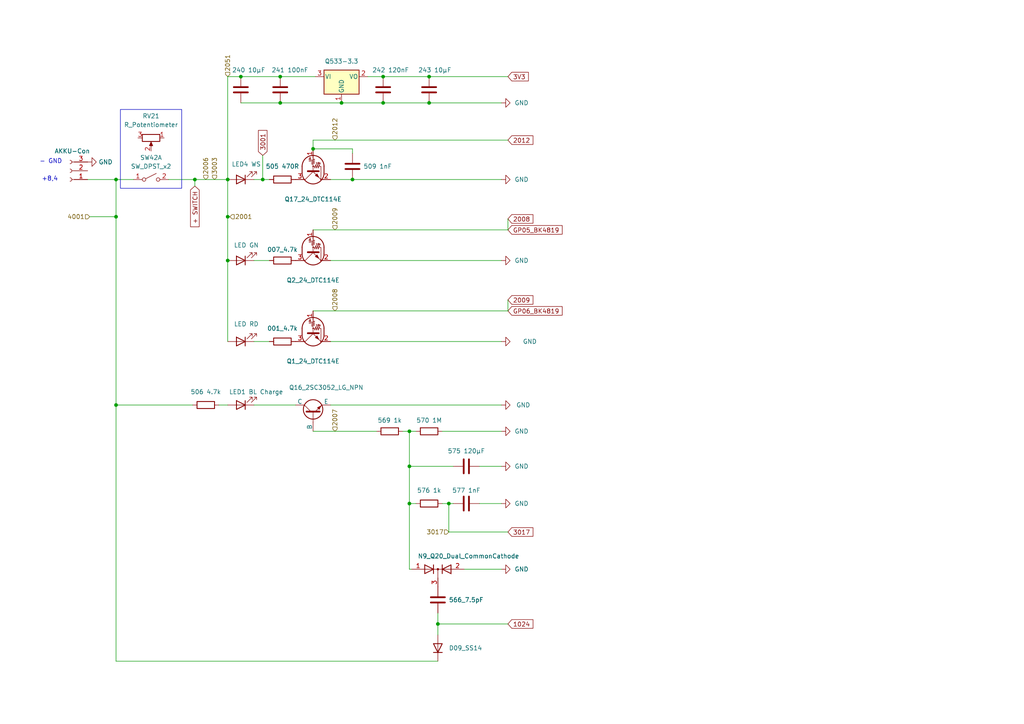
<source format=kicad_sch>
(kicad_sch (version 20230121) (generator eeschema)
  (paper "A4")
  (title_block (title "LED // 3.3V Rail") (date "2024-02-01") (rev "0 Draft") (comment 1 "https://github.com/ludwich66/Quansheng_UV-K5_Wiki/tree/main/hardware/KiCad") (comment 2 "https://github.com/ludwich66/Quansheng_UV-K5_Wiki/wiki/Parts---Teile") (comment 3 "Parts Overview Picture:") (comment 4 "Maintained by ludwich"))
  (lib_symbols
    (symbol "Connector:Conn_01x03_Socket" (pin_names (offset 1.016) hide)
      (property "Reference" "J" (at 0 5.08 0))
      (property "Value" "Conn_01x03_Socket" (at 0 -5.08 0))
      (symbol "Conn_01x03_Socket_1_1"
        (arc (start 0 -2.032) (mid -0.5058 -2.54) (end 0 -3.048) (stroke (width 0.1524)))
        (polyline (pts (xy -1.27 -2.54) (xy -0.508 -2.54)) (stroke (width 0.1524)))
        (polyline (pts (xy -1.27 0) (xy -0.508 0)) (stroke (width 0.1524)))
        (polyline (pts (xy -1.27 2.54) (xy -0.508 2.54)) (stroke (width 0.1524)))
        (arc (start 0 0.508) (mid -0.5058 0) (end 0 -0.508) (stroke (width 0.1524)))
        (arc (start 0 3.048) (mid -0.5058 2.54) (end 0 2.032) (stroke (width 0.1524)))
        (pin passive line (at -5.08 2.54 0) (length 3.81) (name "Pin_1") (number "1"))
        (pin passive line (at -5.08 0 0) (length 3.81) (name "Pin_2") (number "2"))
        (pin passive line (at -5.08 -2.54 0) (length 3.81) (name "Pin_3") (number "3"))
      )
    )
    (symbol "Device:C" (pin_numbers hide) (pin_names (offset 0.254))
      (property "Reference" "C" (at 0.635 2.54 0))
      (property "Value" "C" (at 0.635 -2.54 0))
      (symbol "C_0_1"
        (polyline (pts (xy -2.032 -0.762) (xy 2.032 -0.762)) (stroke (width 0.508)))
        (polyline (pts (xy -2.032 0.762) (xy 2.032 0.762)) (stroke (width 0.508)))
      )
      (symbol "C_1_1"
        (pin passive line (at 0 3.81 270) (length 2.794) (name "~") (number "1"))
        (pin passive line (at 0 -3.81 90) (length 2.794) (name "~") (number "2"))
      )
    )
    (symbol "Device:D" (pin_numbers hide) (pin_names (offset 1.016) hide)
      (property "Reference" "D" (at 0 2.54 0))
      (property "Value" "D" (at 0 -2.54 0))
      (symbol "D_0_1"
        (polyline (pts (xy -1.27 1.27) (xy -1.27 -1.27)) (stroke (width 0.254)))
        (polyline (pts (xy 1.27 0) (xy -1.27 0)))
        (polyline (pts (xy 1.27 1.27) (xy 1.27 -1.27) (xy -1.27 0) (xy 1.27 1.27)) (stroke (width 0.254)))
      )
      (symbol "D_1_1"
        (pin passive line (at -3.81 0 0) (length 2.54) (name "K") (number "1"))
        (pin passive line (at 3.81 0 180) (length 2.54) (name "A") (number "2"))
      )
    )
    (symbol "Device:D_Dual_CommonCathode_AAK" (pin_names (offset 0.762) hide)
      (property "Reference" "D" (at 1.27 -2.54 0))
      (property "Value" "D_Dual_CommonCathode_AAK" (at 0 2.54 0))
      (symbol "D_Dual_CommonCathode_AAK_0_1"
        (polyline (pts (xy -3.81 0) (xy 3.81 0)))
        (polyline (pts (xy 0 0) (xy 0 -2.54)))
        (polyline (pts (xy -1.27 -1.27) (xy -1.27 1.27) (xy -1.27 1.27)) (stroke (width 0.254)))
        (polyline (pts (xy 1.27 -1.27) (xy 1.27 1.27) (xy 1.27 1.27)) (stroke (width 0.254)))
        (polyline (pts (xy -3.81 1.27) (xy -1.27 0) (xy -3.81 -1.27) (xy -3.81 1.27) (xy -3.81 1.27) (xy -3.81 1.27)) (stroke (width 0.254)))
        (polyline (pts (xy 3.81 -1.27) (xy 1.27 0) (xy 3.81 1.27) (xy 3.81 -1.27) (xy 3.81 -1.27) (xy 3.81 -1.27)) (stroke (width 0.254)))
        (circle (center 0 0) (radius 0.254) (fill (type outline)))
        (pin passive line (at -7.62 0 0) (length 3.81) (name "A") (number "1"))
        (pin passive line (at 7.62 0 180) (length 3.81) (name "A") (number "2"))
        (pin passive line (at 0 -5.08 90) (length 2.54) (name "K") (number "3"))
      )
    )
    (symbol "Device:LED" (pin_numbers hide) (pin_names (offset 1.016) hide)
      (property "Reference" "D" (at 0 2.54 0))
      (property "Value" "LED" (at 0 -2.54 0))
      (symbol "LED_0_1"
        (polyline (pts (xy -1.27 -1.27) (xy -1.27 1.27)) (stroke (width 0.254)))
        (polyline (pts (xy -1.27 0) (xy 1.27 0)))
        (polyline (pts (xy 1.27 -1.27) (xy 1.27 1.27) (xy -1.27 0) (xy 1.27 -1.27)) (stroke (width 0.254)))
        (polyline (pts (xy -3.048 -0.762) (xy -4.572 -2.286) (xy -3.81 -2.286) (xy -4.572 -2.286) (xy -4.572 -1.524)))
        (polyline (pts (xy -1.778 -0.762) (xy -3.302 -2.286) (xy -2.54 -2.286) (xy -3.302 -2.286) (xy -3.302 -1.524)))
      )
      (symbol "LED_1_1"
        (pin passive line (at -3.81 0 0) (length 2.54) (name "K") (number "1"))
        (pin passive line (at 3.81 0 180) (length 2.54) (name "A") (number "2"))
      )
    )
    (symbol "Device:R" (pin_numbers hide) (pin_names (offset 0))
      (property "Reference" "R" (at 2.032 0 90))
      (property "Value" "R" (at 0 0 90))
      (symbol "R_0_1"
        (rectangle (start -1.016 -2.54) (end 1.016 2.54) (stroke (width 0.254)))
      )
      (symbol "R_1_1"
        (pin passive line (at 0 3.81 270) (length 1.27) (name "~") (number "1"))
        (pin passive line (at 0 -3.81 90) (length 1.27) (name "~") (number "2"))
      )
    )
    (symbol "Device:R_Potentiometer" (pin_names (offset 1.016) hide)
      (property "Reference" "RV" (at -4.445 0 90))
      (property "Value" "R_Potentiometer" (at -2.54 0 90))
      (symbol "R_Potentiometer_0_1"
        (polyline (pts (xy 2.54 0) (xy 1.524 0)))
        (polyline (pts (xy 1.143 0) (xy 2.286 0.508) (xy 2.286 -0.508) (xy 1.143 0)) (fill (type outline)))
        (rectangle (start 1.016 2.54) (end -1.016 -2.54) (stroke (width 0.254)))
      )
      (symbol "R_Potentiometer_1_1"
        (pin passive line (at 0 3.81 270) (length 1.27) (name "1") (number "1"))
        (pin passive line (at 3.81 0 180) (length 1.27) (name "2") (number "2"))
        (pin passive line (at 0 -3.81 90) (length 1.27) (name "3") (number "3"))
      )
    )
    (symbol "Regulator_Linear:LT1083-3.3" (pin_names (offset 0.254))
      (property "Reference" "U" (at -3.81 3.175 0))
      (property "Value" "LT1083-3.3" (at 0 3.175 0))
      (symbol "LT1083-3.3_0_1"
        (rectangle (start -5.08 1.905) (end 5.08 -5.08) (stroke (width 0.254)) (fill (type background)))
      )
      (symbol "LT1083-3.3_1_1"
        (pin power_in line (at 0 -7.62 90) (length 2.54) (name "GND") (number "1"))
        (pin power_out line (at 7.62 0 180) (length 2.54) (name "VO") (number "2"))
        (pin power_in line (at -7.62 0 0) (length 2.54) (name "VI") (number "3"))
      )
    )
    (symbol "Simulation_SPICE:NPN" (pin_numbers hide) (pin_names (offset 0))
      (property "Reference" "Q" (at -2.54 7.62 0))
      (property "Value" "NPN" (at -2.54 5.08 0))
      (symbol "NPN_0_1"
        (polyline (pts (xy -2.54 0) (xy 0.635 0)) (stroke (width 0.1524)))
        (polyline (pts (xy 0.635 0.635) (xy 2.54 2.54)))
        (polyline (pts (xy 2.794 -1.27) (xy 2.794 -1.27)) (stroke (width 0.1524)))
        (polyline (pts (xy 2.794 -1.27) (xy 2.794 -1.27)) (stroke (width 0.1524)))
        (polyline (pts (xy 0.635 -0.635) (xy 2.54 -2.54) (xy 2.54 -2.54)))
        (polyline (pts (xy 0.635 1.905) (xy 0.635 -1.905) (xy 0.635 -1.905)) (stroke (width 0.508)))
        (polyline (pts (xy 1.27 -1.778) (xy 1.778 -1.27) (xy 2.286 -2.286) (xy 1.27 -1.778) (xy 1.27 -1.778)) (fill (type outline)))
        (circle (center 1.27 0) (radius 2.8194) (stroke (width 0.254)))
      )
      (symbol "NPN_1_1"
        (pin open_collector line (at 2.54 5.08 270) (length 2.54) (name "C") (number "1"))
        (pin input line (at -5.08 0 0) (length 2.54) (name "B") (number "2"))
        (pin open_emitter line (at 2.54 -5.08 90) (length 2.54) (name "E") (number "3"))
      )
    )
    (symbol "Switch:SW_DPST_x2" (pin_names (offset 0) hide)
      (property "Reference" "SW" (at 0 3.175 0))
      (property "Value" "SW_DPST_x2" (at 0 -2.54 0))
      (symbol "SW_DPST_x2_0_0"
        (circle (center -2.032 0) (radius 0.508))
        (polyline (pts (xy -1.524 0.254) (xy 1.524 1.778)))
        (circle (center 2.032 0) (radius 0.508))
      )
      (symbol "SW_DPST_x2_1_1"
        (pin passive line (at -5.08 0 0) (length 2.54) (name "A") (number "1"))
        (pin passive line (at 5.08 0 180) (length 2.54) (name "B") (number "2"))
      )
      (symbol "SW_DPST_x2_2_1"
        (pin passive line (at -5.08 0 0) (length 2.54) (name "A") (number "3"))
        (pin passive line (at 5.08 0 180) (length 2.54) (name "B") (number "4"))
      )
    )
    (symbol "Transistor_BJT:DTC114E" (pin_names (offset 0) hide)
      (property "Reference" "Q" (at 5.08 1.905 0))
      (property "Value" "DTC114E" (at 5.08 0 0))
      (symbol "DTC114E_0_0"
        (text "10k" (at -3.302 0.889 0) (effects (font (size 0.508 0.508))))
        (text "10k" (at -2.159 -1.524 900) (effects (font (size 0.508 0.508))))
      )
      (symbol "DTC114E_0_1"
        (circle (center -1.27 0) (radius 0.127))
        (arc (start -1.27 3.175) (mid -4.4312 0) (end -1.27 -3.175) (stroke (width 0.254)))
        (polyline (pts (xy -3.429 0) (xy -3.81 0)))
        (polyline (pts (xy -1.27 -3.175) (xy 0.635 -3.175)) (stroke (width 0.254)))
        (polyline (pts (xy -1.27 3.175) (xy 0.635 3.175)) (stroke (width 0.254)))
        (polyline (pts (xy 0 -0.254) (xy 2.54 2.286)))
        (polyline (pts (xy 0.127 1.524) (xy 0.127 -1.651)) (stroke (width 0.508)) (fill (type outline)))
        (polyline (pts (xy 2.54 2.286) (xy 2.54 2.54)))
        (polyline (pts (xy 2.54 -2.286) (xy 0 0.254) (xy 0 0.254)))
        (polyline (pts (xy 0.889 -1.143) (xy 1.397 -0.635) (xy 1.905 -1.651) (xy 0.889 -1.143)) (fill (type outline)))
        (polyline (pts (xy 0 0) (xy -1.905 0) (xy -2.032 0.508) (xy -2.286 -0.508) (xy -2.54 0.508) (xy -2.794 -0.508) (xy -3.048 0.508) (xy -3.302 -0.508) (xy -3.429 0)))
        (polyline (pts (xy -1.27 0) (xy -1.27 -0.381) (xy -0.762 -0.508) (xy -1.778 -0.762) (xy -0.762 -1.016) (xy -1.778 -1.27) (xy -0.762 -1.524) (xy -1.778 -1.778) (xy -1.27 -1.905) (xy -1.27 -2.286) (xy 2.54 -2.286)))
        (arc (start 0.635 -3.175) (mid 3.7962 0) (end 0.635 3.175) (stroke (width 0.254)))
        (circle (center 2.54 -2.286) (radius 0.127))
      )
      (symbol "DTC114E_1_1"
        (pin input line (at -6.35 0 0) (length 2.54) (name "B") (number "1"))
        (pin passive line (at 2.54 -5.08 90) (length 2.54) (name "E") (number "2"))
        (pin passive line (at 2.54 5.08 270) (length 2.54) (name "C") (number "3"))
      )
    )
    (symbol "power:GND" (power) (pin_names (offset 0))
      (property "Value" "GND" (at 0 -3.81 0))
      (symbol "GND_0_1"
        (polyline (pts (xy 0 0) (xy 0 -1.27) (xy 1.27 -1.27) (xy 0 -2.54) (xy -1.27 -1.27) (xy 0 -1.27)))
      )
      (symbol "GND_1_1"
        (pin power_in line (at 0 0 270) (length 0) hide (name "GND") (number "1"))
      )
    )
  )
  (junction (at 118.745 135.255))
  (junction (at 81.28 22.225))
  (junction (at 69.85 22.225))
  (junction (at 33.655 62.865))
  (junction (at 124.46 22.225))
  (junction (at 66.04 75.565))
  (junction (at 33.655 52.07))
  (junction (at 66.04 62.865))
  (junction (at 99.06 29.845))
  (junction (at 127 180.975))
  (junction (at 33.655 117.475))
  (junction (at 124.46 29.845))
  (junction (at 90.805 43.18))
  (junction (at 66.04 52.07))
  (junction (at 130.175 146.05))
  (junction (at 81.28 29.845))
  (junction (at 56.515 52.07))
  (junction (at 76.2 52.07))
  (junction (at 118.745 146.05))
  (junction (at 111.125 29.845))
  (junction (at 111.125 22.225))
  (junction (at 102.235 52.07))
  (junction (at 118.745 125.095))
  (wire (pts (xy 145.415 75.565) (xy 95.885 75.565)))
  (wire (pts (xy 127 177.8) (xy 127 180.975)))
  (wire (pts (xy 145.415 29.845) (xy 124.46 29.845)))
  (wire (pts (xy 118.745 146.05) (xy 120.65 146.05)))
  (wire (pts (xy 81.28 22.225) (xy 91.44 22.225)))
  (wire (pts (xy 66.675 62.865) (xy 66.04 62.865)))
  (wire (pts (xy 73.66 52.07) (xy 76.2 52.07)))
  (wire (pts (xy 95.885 99.06) (xy 145.415 99.06)))
  (wire (pts (xy 33.655 117.475) (xy 55.88 117.475)))
  (wire (pts (xy 127 180.975) (xy 147.32 180.975)))
  (wire (pts (xy 90.805 43.18) (xy 102.235 43.18)))
  (wire (pts (xy 124.46 22.225) (xy 147.32 22.225)))
  (wire (pts (xy 66.04 62.865) (xy 66.04 75.565)))
  (wire (pts (xy 102.235 52.07) (xy 95.885 52.07)))
  (wire (pts (xy 124.46 29.845) (xy 111.125 29.845)))
  (wire (pts (xy 78.105 75.565) (xy 73.66 75.565)))
  (wire (pts (xy 111.125 29.845) (xy 99.06 29.845)))
  (wire (pts (xy 66.04 75.565) (xy 66.04 99.06)))
  (wire (pts (xy 48.895 52.07) (xy 56.515 52.07)))
  (wire (pts (xy 139.065 135.255) (xy 145.415 135.255)))
  (wire (pts (xy 69.85 22.225) (xy 81.28 22.225)))
  (wire (pts (xy 33.655 191.77) (xy 127 191.77)))
  (wire (pts (xy 90.805 90.17) (xy 147.32 90.17)))
  (wire (pts (xy 90.805 66.675) (xy 147.32 66.675)))
  (wire (pts (xy 145.415 52.07) (xy 102.235 52.07)))
  (wire (pts (xy 63.5 117.475) (xy 66.04 117.475)))
  (wire (pts (xy 118.745 135.255) (xy 118.745 146.05)))
  (wire (pts (xy 33.655 52.07) (xy 38.735 52.07)))
  (wire (pts (xy 118.745 165.1) (xy 119.38 165.1)))
  (wire (pts (xy 102.235 43.18) (xy 102.235 44.45)))
  (wire (pts (xy 90.805 40.64) (xy 147.32 40.64)))
  (wire (pts (xy 26.035 62.865) (xy 33.655 62.865)))
  (wire (pts (xy 76.2 45.085) (xy 76.2 52.07)))
  (wire (pts (xy 106.68 22.225) (xy 111.125 22.225)))
  (wire (pts (xy 76.2 52.07) (xy 78.105 52.07)))
  (wire (pts (xy 33.655 191.77) (xy 33.655 117.475)))
  (wire (pts (xy 127 180.975) (xy 127 184.15)))
  (wire (pts (xy 118.745 125.095) (xy 118.745 135.255)))
  (wire (pts (xy 130.175 146.05) (xy 131.445 146.05)))
  (wire (pts (xy 95.885 117.475) (xy 145.415 117.475)))
  (wire (pts (xy 66.04 52.07) (xy 66.04 62.865)))
  (wire (pts (xy 130.175 146.05) (xy 130.175 154.305)))
  (wire (pts (xy 111.125 22.225) (xy 124.46 22.225)))
  (wire (pts (xy 139.065 146.05) (xy 145.415 146.05)))
  (wire (pts (xy 66.04 22.225) (xy 69.85 22.225)))
  (wire (pts (xy 33.655 62.865) (xy 33.655 117.475)))
  (wire (pts (xy 69.85 29.845) (xy 81.28 29.845)))
  (wire (pts (xy 56.515 52.07) (xy 66.04 52.07)))
  (wire (pts (xy 118.745 135.255) (xy 131.445 135.255)))
  (wire (pts (xy 81.28 29.845) (xy 99.06 29.845)))
  (wire (pts (xy 78.105 99.06) (xy 73.66 99.06)))
  (wire (pts (xy 90.805 40.64) (xy 90.805 43.18)))
  (wire (pts (xy 118.745 146.05) (xy 118.745 165.1)))
  (wire (pts (xy 90.805 125.095) (xy 109.22 125.095)))
  (wire (pts (xy 66.04 22.225) (xy 66.04 52.07)))
  (wire (pts (xy 73.66 117.475) (xy 85.725 117.475)))
  (wire (pts (xy 128.27 146.05) (xy 130.175 146.05)))
  (wire (pts (xy 33.655 52.07) (xy 33.655 62.865)))
  (wire (pts (xy 25.4 52.07) (xy 33.655 52.07)))
  (wire (pts (xy 147.32 86.995) (xy 147.32 90.17)))
  (wire (pts (xy 116.84 125.095) (xy 118.745 125.095)))
  (wire (pts (xy 147.32 63.5) (xy 147.32 66.675)))
  (wire (pts (xy 134.62 165.1) (xy 145.415 165.1)))
  (wire (pts (xy 130.175 154.305) (xy 147.32 154.305)))
  (wire (pts (xy 118.745 125.095) (xy 120.65 125.095)))
  (wire (pts (xy 128.27 125.095) (xy 145.415 125.095)))
  (wire (pts (xy 56.515 53.975) (xy 56.515 52.07)))
  (rectangle (start 34.925 31.75) (end 52.705 54.61))
  (text "- GND" (at 11.43 47.625 0) (effects (font (size 1.27 1.27)) (justify left bottom)))
  (text "+8,4" (at 12.065 52.705 0) (effects (font (size 1.27 1.27)) (justify left bottom)))
  (global_label "2008" (shape input) (at 147.32 63.5 0) (property "Intersheetrefs" "${INTERSHEET_REFS}" (at 155.1432 63.5 0) (effects (justify left))))
  (global_label "1024" (shape input) (at 147.32 180.975 0) (property "Intersheetrefs" "${INTERSHEET_REFS}" (at 155.1432 180.975 0) (effects (justify left))))
  (global_label "3001" (shape input) (at 76.2 45.085 90) (property "Intersheetrefs" "${INTERSHEET_REFS}" (at 76.2 37.2618 90) (effects (justify left))))
  (global_label "+ SWITCH" (shape input) (at 56.515 53.975 270) (property "Intersheetrefs" "${INTERSHEET_REFS}" (at 56.515 66.334 90) (effects (justify right))))
  (global_label "3V3" (shape input) (at 147.32 22.225 0) (property "Intersheetrefs" "${INTERSHEET_REFS}" (at 153.8128 22.225 0) (effects (justify left))))
  (global_label "3017" (shape input) (at 147.32 154.305 0) (property "Intersheetrefs" "${INTERSHEET_REFS}" (at 155.1432 154.305 0) (effects (justify left))))
  (global_label "GP06_BK4819" (shape input) (at 147.32 90.17 0) (property "Intersheetrefs" "${INTERSHEET_REFS}" (at 163.6098 90.17 0) (effects (justify left))))
  (global_label "2012" (shape input) (at 147.32 40.64 0) (property "Intersheetrefs" "${INTERSHEET_REFS}" (at 155.1432 40.64 0) (effects (justify left))))
  (global_label "GP05_BK4819" (shape input) (at 147.32 66.675 0) (property "Intersheetrefs" "${INTERSHEET_REFS}" (at 163.6098 66.675 0) (effects (justify left))))
  (global_label "2009" (shape input) (at 147.32 86.995 0) (property "Intersheetrefs" "${INTERSHEET_REFS}" (at 155.1432 86.995 0) (effects (justify left))))
  (hierarchical_label "2012" (shape input) (at 97.155 40.64 90))
  (hierarchical_label "2001" (shape input) (at 66.675 62.865 0))
  (hierarchical_label "2006" (shape input) (at 59.69 52.07 90))
  (hierarchical_label "3017" (shape input) (at 130.175 154.305 180))
  (hierarchical_label "3003" (shape input) (at 62.23 52.07 90))
  (hierarchical_label "2051" (shape input) (at 66.04 22.225 90))
  (hierarchical_label "2007" (shape input) (at 97.155 125.095 90))
  (hierarchical_label "2008" (shape input) (at 97.155 90.17 90))
  (hierarchical_label "2009" (shape input) (at 97.155 66.675 90))
  (hierarchical_label "4001" (shape input) (at 26.035 62.865 180))
  (symbol (lib_id "Device:LED") (at 69.85 117.475 180) (unit 1)
    (property "Reference" "D57" (effects hide))
    (property "Value" "LED1 BL Charge" (at 74.295 113.665 0))
  )
  (symbol (lib_id "Switch:SW_DPST_x2") (at 43.815 52.07 0) (unit 1)
    (property "Reference" "SW42" (at 43.815 45.72 0))
    (property "Value" "SW_DPST_x2" (at 43.815 48.26 0))
  )
  (symbol (lib_id "Device:R_Potentiometer") (at 43.815 40.005 270) (unit 1)
    (property "Reference" "RV21" (at 43.815 33.655 90))
    (property "Value" "R_Potentiometer" (at 43.815 36.195 90))
  )
  (symbol (lib_id "Device:C") (at 127 173.99 0) (unit 1)
    (property "Reference" "C566" (effects hide))
    (property "Value" "566_7.5pF" (at 130.175 173.99 0) (effects (justify left)))
  )
  (symbol (lib_id "Transistor_BJT:DTC114E") (at 90.805 96.52 90) (mirror x) (unit 1)
    (property "Reference" "Q32" (effects hide))
    (property "Value" "Q1_24_DTC114E" (at 90.805 104.775 90))
  )
  (symbol (lib_id "Device:R") (at 59.69 117.475 90) (unit 1)
    (property "Reference" "R51" (effects hide))
    (property "Value" "506 4.7k" (at 59.69 113.665 90))
  )
  (symbol (lib_id "Device:D") (at 127 187.96 90) (unit 1)
    (property "Reference" "D58" (effects hide))
    (property "Value" "D09_SS14" (at 130.175 187.96 90) (effects (justify right)))
    (property "Sim.Device" "D" (effects hide))
    (property "Sim.Pins" "1=K 2=A" (effects hide))
  )
  (symbol (lib_id "power:GND") (at 145.415 75.565 90) (unit 1)
    (property "Reference" "#PWR0157" (effects hide))
    (property "Value" "GND" (at 149.225 75.565 90) (effects (justify right)))
  )
  (symbol (lib_id "power:GND") (at 145.415 29.845 90) (unit 1)
    (property "Reference" "#PWR0173" (effects hide))
    (property "Value" "GND" (at 149.225 29.845 90) (effects (justify right)))
  )
  (symbol (lib_id "Device:C") (at 81.28 26.035 180) (unit 1)
    (property "Reference" "C241" (effects hide))
    (property "Value" "241 100nF" (at 78.74 20.32 0) (effects (justify right)))
  )
  (symbol (lib_id "Device:C") (at 69.85 26.035 180) (unit 1)
    (property "Reference" "C240" (effects hide))
    (property "Value" "240 10µF" (at 67.31 20.32 0) (effects (justify right)))
  )
  (symbol (lib_id "power:GND") (at 145.415 125.095 90) (unit 1)
    (property "Reference" "#PWR0160" (effects hide))
    (property "Value" "GND" (at 149.225 125.095 90) (effects (justify right)))
  )
  (symbol (lib_id "power:GND") (at 145.415 135.255 90) (unit 1)
    (property "Reference" "#PWR0161" (effects hide))
    (property "Value" "GND" (at 149.225 135.255 90) (effects (justify right)))
  )
  (symbol (lib_id "Device:D_Dual_CommonCathode_AAK") (at 127 165.1 0) (unit 1)
    (property "Reference" "D_Q21" (effects hide))
    (property "Value" "N9_Q20_Dual_CommonCathode" (at 135.89 161.29 0))
  )
  (symbol (lib_id "Device:C") (at 102.235 48.26 180) (unit 1)
    (property "Reference" "C88" (effects hide))
    (property "Value" "509 1nF" (at 105.41 48.26 0) (effects (justify right)))
  )
  (symbol (lib_id "power:GND") (at 145.415 146.05 90) (unit 1)
    (property "Reference" "#PWR0162" (effects hide))
    (property "Value" "GND" (at 149.225 146.05 90) (effects (justify right)))
  )
  (symbol (lib_id "Simulation_SPICE:NPN") (at 90.805 120.015 90) (unit 1)
    (property "Reference" "Q35" (effects hide))
    (property "Value" "Q16_2SC3052_LG_NPN" (at 94.615 112.395 90))
    (property "Sim.Device" "NPN" (effects hide))
    (property "Sim.Type" "GUMMELPOON" (effects hide))
    (property "Sim.Pins" "1=C 2=B 3=E" (effects hide))
  )
  (symbol (lib_id "Regulator_Linear:LT1083-3.3") (at 99.06 22.225 0) (unit 1)
    (property "Reference" "U24" (effects hide))
    (property "Value" "Q533-3.3" (at 99.06 17.78 0))
    (property "Datasheet" "https://www.analog.com/media/en/technical-documentation/data-sheets/1083ffe.pdf" (effects hide))
  )
  (symbol (lib_id "Device:R") (at 81.915 52.07 90) (unit 1)
    (property "Reference" "R48" (effects hide))
    (property "Value" "505 470R" (at 81.915 48.26 90))
  )
  (symbol (lib_id "power:GND") (at 145.415 99.06 90) (unit 1)
    (property "Reference" "#PWR0158" (effects hide))
    (property "Value" "GND" (at 153.67 99.06 90))
  )
  (symbol (lib_id "power:GND") (at 25.4 46.99 90) (unit 1)
    (property "Reference" "#PWR087" (effects hide))
    (property "Value" "GND" (at 28.575 46.99 90) (effects (justify right)))
  )
  (symbol (lib_id "Device:C") (at 111.125 26.035 180) (unit 1)
    (property "Reference" "C242" (effects hide))
    (property "Value" "242 120nF" (at 107.95 20.32 0) (effects (justify right)))
  )
  (symbol (lib_id "Device:R") (at 113.03 125.095 90) (unit 1)
    (property "Reference" "R61" (effects hide))
    (property "Value" "569 1k" (at 113.03 121.92 90))
  )
  (symbol (lib_id "power:GND") (at 145.415 117.475 90) (unit 1)
    (property "Reference" "#PWR0159" (effects hide))
    (property "Value" "GND" (at 151.765 117.475 90))
  )
  (symbol (lib_id "Device:R") (at 81.915 99.06 90) (unit 1)
    (property "Reference" "R50" (effects hide))
    (property "Value" "001_4.7k" (at 81.915 95.25 90))
  )
  (symbol (lib_id "Transistor_BJT:DTC114E") (at 90.805 73.025 90) (mirror x) (unit 1)
    (property "Reference" "Q26" (effects hide))
    (property "Value" "Q2_24_DTC114E" (at 90.805 81.28 90))
  )
  (symbol (lib_id "Device:LED") (at 69.85 52.07 180) (unit 1)
    (property "Reference" "D45" (effects hide))
    (property "Value" "LED4 WS" (at 71.4375 47.625 0))
  )
  (symbol (lib_id "Transistor_BJT:DTC114E") (at 90.805 49.53 90) (mirror x) (unit 1)
    (property "Reference" "Q39" (effects hide))
    (property "Value" "Q17_24_DTC114E" (at 90.805 57.785 90))
  )
  (symbol (lib_id "Connector:Conn_01x03_Socket") (at 20.32 49.53 180) (unit 1)
    (property "Reference" "J48" (effects hide))
    (property "Value" "AKKU-Con" (at 20.955 43.815 0))
  )
  (symbol (lib_id "Device:C") (at 124.46 26.035 180) (unit 1)
    (property "Reference" "C243" (effects hide))
    (property "Value" "243 10µF" (at 121.285 20.32 0) (effects (justify right)))
  )
  (symbol (lib_id "Device:C") (at 135.255 135.255 90) (unit 1)
    (property "Reference" "C114" (effects hide))
    (property "Value" "575 120µF" (at 135.255 130.81 90))
  )
  (symbol (lib_id "Device:LED") (at 69.85 99.06 180) (unit 1)
    (property "Reference" "D56" (effects hide))
    (property "Value" "LED RD" (at 71.4375 93.98 0))
  )
  (symbol (lib_id "Device:C") (at 135.255 146.05 90) (unit 1)
    (property "Reference" "C115" (effects hide))
    (property "Value" "577 1nF" (at 135.255 142.24 90))
  )
  (symbol (lib_id "Device:R") (at 124.46 125.095 90) (unit 1)
    (property "Reference" "R74" (effects hide))
    (property "Value" "570 1M" (at 124.46 121.92 90))
  )
  (symbol (lib_id "Device:R") (at 81.915 75.565 90) (unit 1)
    (property "Reference" "R49" (effects hide))
    (property "Value" "007_4.7k" (at 81.915 72.39 90))
  )
  (symbol (lib_id "power:GND") (at 145.415 52.07 90) (unit 1)
    (property "Reference" "#PWR0156" (effects hide))
    (property "Value" "GND" (at 149.225 52.07 90) (effects (justify right)))
  )
  (symbol (lib_id "Device:LED") (at 69.85 75.565 180) (unit 1)
    (property "Reference" "D55" (effects hide))
    (property "Value" "LED GN" (at 71.4375 71.12 0))
  )
  (symbol (lib_id "power:GND") (at 145.415 165.1 90) (unit 1)
    (property "Reference" "#PWR0163" (effects hide))
    (property "Value" "GND" (at 149.225 165.1 90) (effects (justify right)))
  )
  (symbol (lib_id "Device:R") (at 124.46 146.05 90) (unit 1)
    (property "Reference" "R75" (effects hide))
    (property "Value" "576 1k" (at 124.46 142.24 90))
  )
)
</source>
